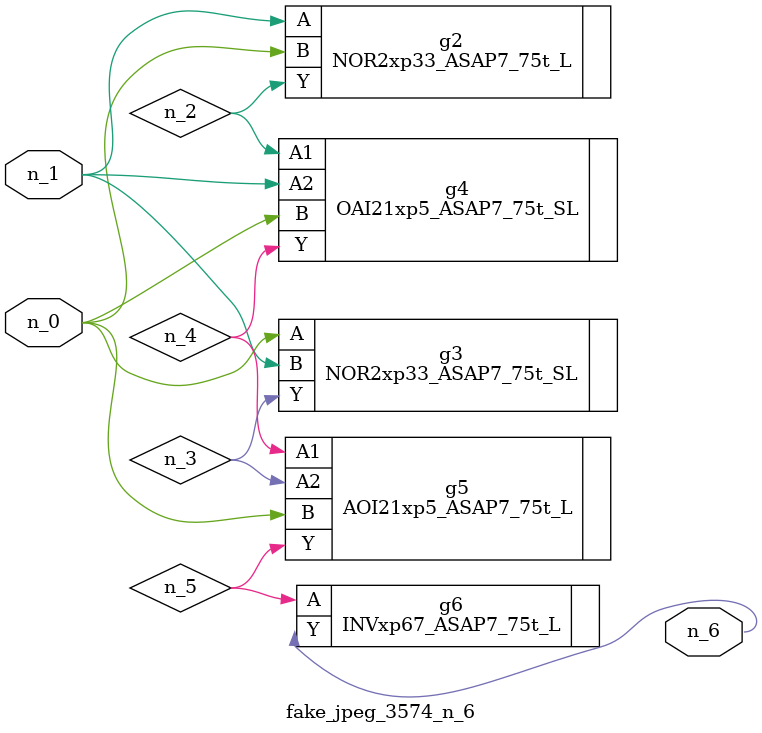
<source format=v>
module fake_jpeg_3574_n_6 (n_0, n_1, n_6);

input n_0;
input n_1;

output n_6;

wire n_3;
wire n_2;
wire n_4;
wire n_5;

NOR2xp33_ASAP7_75t_L g2 ( 
.A(n_1),
.B(n_0),
.Y(n_2)
);

NOR2xp33_ASAP7_75t_SL g3 ( 
.A(n_0),
.B(n_1),
.Y(n_3)
);

OAI21xp5_ASAP7_75t_SL g4 ( 
.A1(n_2),
.A2(n_1),
.B(n_0),
.Y(n_4)
);

AOI21xp5_ASAP7_75t_L g5 ( 
.A1(n_4),
.A2(n_3),
.B(n_0),
.Y(n_5)
);

INVxp67_ASAP7_75t_L g6 ( 
.A(n_5),
.Y(n_6)
);


endmodule
</source>
